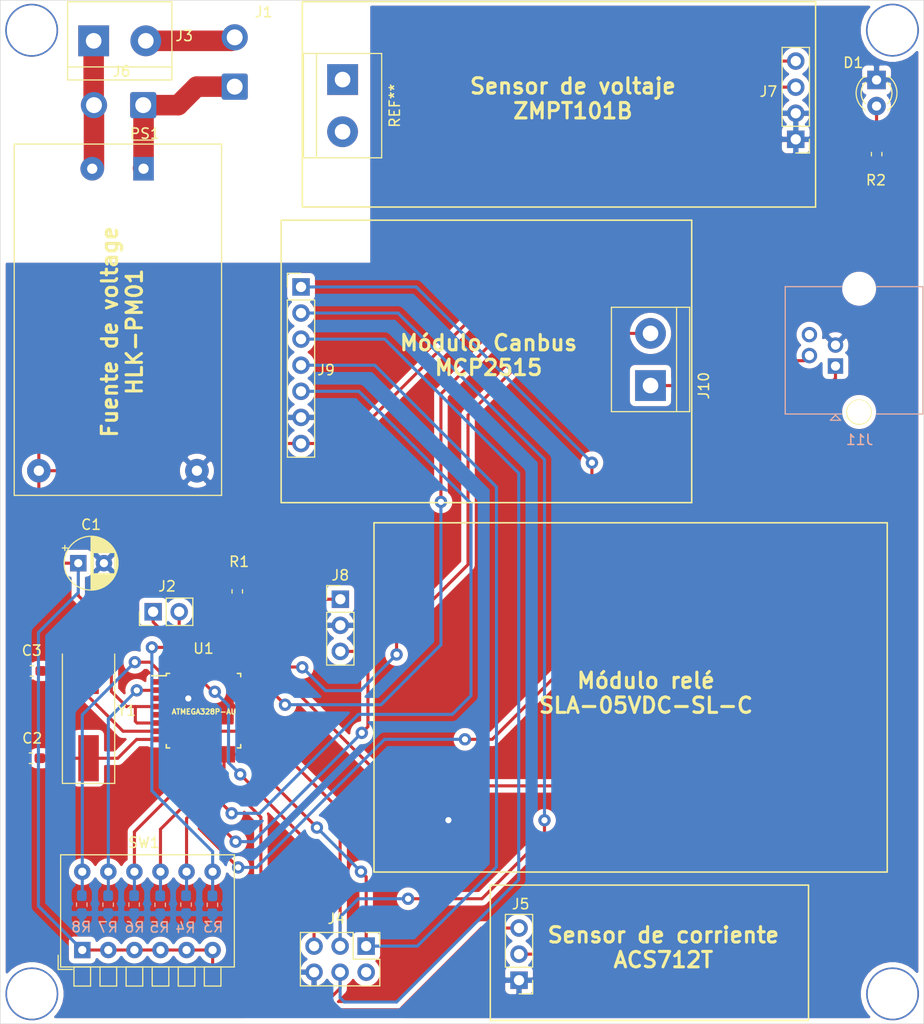
<source format=kicad_pcb>
(kicad_pcb (version 20171130) (host pcbnew 5.1.10-88a1d61d58~90~ubuntu20.04.1)
  (title_block (title Slave) (date 2021-11-01) (rev V1) (company SCADA) (comment 1 "ING. Gianmarco Sangoi"))
  (layers (0 F.Cu signal hide) (31 B.Cu signal hide) (34 B.Paste user) (35 F.Paste user) (36 B.SilkS user) (37 F.SilkS user) (38 B.Mask user) (39 F.Mask user) (44 Edge.Cuts user))
  (net 0 "")
  (net 1 GND)
  (net 2 +5V)
  (net 3 XTAL2)
  (net 4 XTAL1)
  (net 5 "Net-(D1-Pad2)")
  (net 6 "Net-(J1-Pad1)")
  (net 7 "Net-(J1-Pad2)")
  (net 8 TX)
  (net 9 RX)
  (net 10 "Net-(J3-Pad1)")
  (net 11 RESET)
  (net 12 MOSI)
  (net 13 SCK)
  (net 14 "Net-(J4-Pad2)")
  (net 15 MISO)
  (net 16 I_Sensor)
  (net 17 V_Sensor)
  (net 18 RELAY)
  (net 19 CS)
  (net 20 INTERRUPT)
  (net 21 /H)
  (net 22 /L)
  (net 23 "Net-(J11-Pad4)")
  (net 24 "Net-(R2-Pad1)")
  (net 25 "Net-(R3-Pad2)")
  (net 26 "Net-(R4-Pad2)")
  (net 27 "Net-(R5-Pad2)")
  (net 28 "Net-(R6-Pad2)")
  (net 29 "Net-(R7-Pad2)")
  (net 30 "Net-(R8-Pad2)")
  (net 31 "Net-(U1-Pad28)")
  (net 32 "Net-(U1-Pad27)")
  (net 33 "Net-(U1-Pad26)")
  (net 34 "Net-(U1-Pad22)")
  (net 35 "Net-(U1-Pad20)")
  (net 36 "Net-(U1-Pad19)")
  (module SLAVE:RJ14_Connfly_DS1133-S4_Horizontal (layer B.Cu) (at 183.95 88.27 90)
    (fp_text reference J11 (at -7.18 2.35) (layer B.SilkS) (effects (justify mirror)))
    (fp_text value RJ14)
    (pad 4 thru_hole circle (at 3.06 -2.54 270) (size 1.5 1.5) (drill 0.9) (layers *.Cu *.Mask) (net 23 "Net-(J11-Pad4)"))
    (pad "" np_thru_hole circle (at 7.53 2.3 270) (size 2.3 2.3) (drill 2.3) (layers *.Cu *.Mask))
    (pad 3 thru_hole circle (at 2.04 0 270) (size 1.5 1.5) (drill 0.9) (layers *.Cu *.Mask) (net 1 GND))
    (pad 2 thru_hole circle (at 1.02 -2.54 270) (size 1.5 1.5) (drill 0.9) (layers *.Cu *.Mask) (net 22 /L))
    (pad 1 thru_hole rect (at 0 0 270) (size 1.5 1.5) (drill 0.9) (layers *.Cu *.Mask) (net 21 /H))
    (pad "" np_thru_hole circle (at -4.47 2.3 270) (size 2.3 2.3) (drill 2.3) (layers *.Cu *.Mask))
  )
  (module SLAVE:TerminalBlock_bornier-2_P5.08mm (layer F.Cu) (at 135.93 60.38 270)
    (fp_text reference REF** (at 2.54 -5.08 90) (layer F.SilkS))
    (fp_text value TerminalBlock_bornier-2_P5.08mm)
    (pad 1 thru_hole rect (at 0 0 270) (size 3 3) (drill 1.52) (layers *.Cu *.Mask))
    (pad 2 thru_hole circle (at 5.08 0 270) (size 3 3) (drill 1.52) (layers *.Cu *.Mask))
  )
  (module SLAVE:TerminalBlock_bornier-2_P5.08mm (layer F.Cu) (at 165.93 90.17 90)
    (fp_text reference J10 (at -0.01 5.19 90) (layer F.SilkS))
    (fp_text value Conn_01x02_Female_CanBus)
    (pad 1 thru_hole rect (at 0 0 90) (size 3 3) (drill 1.52) (layers *.Cu *.Mask) (net 22 /L))
    (pad 2 thru_hole circle (at 5.08 0 90) (size 3 3) (drill 1.52) (layers *.Cu *.Mask) (net 21 /H))
  )
  (module SLAVE:MountingHole_4.5mm (layer F.Cu) (at 189.5 55.57)
    (fp_text reference REF** hide)
    (fp_text value MountingHole_4.5mm hide)
    (fp_circle (center 0 0) (end 2.5 0) (layer B.Cu) (width 0.15))
    (fp_circle (center 0 0) (end 2.5 0) (layer F.Cu) (width 0.15))
    (pad 1 np_thru_hole circle (at 0 0) (size 4.5 4.5) (drill 4.5) (layers *.Cu *.Mask))
  )
  (module SLAVE:MountingHole_4.5mm (layer F.Cu) (at 189.51 149.39)
    (fp_text reference REF** hide)
    (fp_text value MountingHole_4.5mm hide)
    (fp_circle (center 0 0) (end 2.5 0) (layer B.Cu) (width 0.15))
    (fp_circle (center 0 0) (end 2.5 0) (layer F.Cu) (width 0.15))
    (pad 1 np_thru_hole circle (at 0 0) (size 4.5 4.5) (drill 4.5) (layers *.Cu *.Mask))
  )
  (module SLAVE:MountingHole_4.5mm (layer F.Cu) (at 105.64 55.58)
    (fp_text reference REF** hide)
    (fp_text value MountingHole_4.5mm hide)
    (fp_circle (center 0 0) (end 2.5 0) (layer B.Cu) (width 0.15))
    (fp_circle (center 0 0) (end 2.5 0) (layer F.Cu) (width 0.15))
    (pad 1 np_thru_hole circle (at 0 0) (size 4.5 4.5) (drill 4.5) (layers *.Cu *.Mask))
  )
  (module SLAVE:MountingHole_4.5mm (layer F.Cu) (at 105.66 149.39)
    (fp_text reference REF** hide)
    (fp_text value MountingHole_4.5mm hide)
    (fp_circle (center 0 0) (end 2.5 0) (layer B.Cu) (width 0.15))
    (fp_circle (center 0 0) (end 2.5 0) (layer F.Cu) (width 0.15))
    (pad 1 np_thru_hole circle (at 0 0) (size 4.5 4.5) (drill 4.5) (layers *.Cu *.Mask))
  )
  (module SLAVE:CP_Radial_D5.0mm_P2.50mm (layer F.Cu) (at 110.18 107.46)
    (fp_text reference C1 (at 1.25 -3.75) (layer F.SilkS))
    (fp_text value 0.1uf)
    (pad 2 thru_hole circle (at 2.5 0) (size 1.6 1.6) (drill 0.8) (layers *.Cu *.Mask) (net 1 GND))
    (pad 1 thru_hole rect (at 0 0) (size 1.6 1.6) (drill 0.8) (layers *.Cu *.Mask) (net 2 +5V))
  )
  (module SLAVE:C_0603_1608Metric_Pad1.05x0.95mm_HandSolder (layer F.Cu) (at 105.57 126.45 180)
    (fp_text reference C2 (at -0.12 1.94) (layer F.SilkS))
    (fp_text value 22pF)
    (pad 1 smd roundrect (at -0.875 0 180) (size 1.05 0.95) (layers F.Cu F.Paste F.Mask) (net 3 XTAL2))
    (pad 2 smd roundrect (at 0.875 0 180) (size 1.05 0.95) (layers F.Cu F.Paste F.Mask) (net 1 GND))
  )
  (module SLAVE:C_0603_1608Metric_Pad1.05x0.95mm_HandSolder (layer F.Cu) (at 105.66 117.95 180)
    (fp_text reference C3 (at 0.01 1.98) (layer F.SilkS))
    (fp_text value 22pF)
    (pad 2 smd roundrect (at 0.875 0 180) (size 1.05 0.95) (layers F.Cu F.Paste F.Mask) (net 1 GND))
    (pad 1 smd roundrect (at -0.875 0 180) (size 1.05 0.95) (layers F.Cu F.Paste F.Mask) (net 4 XTAL1))
  )
  (module SLAVE:LED_D3.0mm (layer F.Cu) (at 187.95 60.42 270)
    (fp_text reference D1 (at -1.68 2.27 180) (layer F.SilkS))
    (fp_text value LED)
    (pad 2 thru_hole circle (at 2.54 0 270) (size 1.8 1.8) (drill 0.9) (layers *.Cu *.Mask) (net 5 "Net-(D1-Pad2)"))
    (pad 1 thru_hole rect (at 0 0 270) (size 1.8 1.8) (drill 0.9) (layers *.Cu *.Mask) (net 1 GND))
  )
  (module SLAVE:SolderWire-0.75sqmm_1x02_P4.8mm_D1.25mm_OD2.3mm (layer F.Cu) (at 125.42 61.07 90)
    (fp_text reference J1 (at 7.26 2.83 180) (layer F.SilkS))
    (fp_text value SW)
    (pad 1 thru_hole roundrect (at 0 0 90) (size 2.55 2.55) (drill 1.55) (layers *.Cu *.Mask) (roundrect_rratio 0.098039) (net 6 "Net-(J1-Pad1)"))
    (pad 2 thru_hole circle (at 4.8 0 90) (size 2.55 2.55) (drill 1.55) (layers *.Cu *.Mask) (net 7 "Net-(J1-Pad2)"))
  )
  (module SLAVE:PinHeader_1x02_P2.54mm_Vertical (layer F.Cu) (at 117.47 112.19 90)
    (fp_text reference J2 (at 2.48 1.36 180) (layer F.SilkS))
    (fp_text value UART)
    (pad 1 thru_hole rect (at 0 0 90) (size 1.7 1.7) (drill 1) (layers *.Cu *.Mask) (net 8 TX))
    (pad 2 thru_hole oval (at 0 2.54 90) (size 1.7 1.7) (drill 1) (layers *.Cu *.Mask) (net 9 RX))
  )
  (module SLAVE:TerminalBlock_bornier-2_P5.08mm (layer F.Cu) (at 111.68 56.61)
    (fp_text reference J3 (at 8.82 -0.48) (layer F.SilkS))
    (fp_text value Screw_Terminal_01x02)
    (pad 2 thru_hole circle (at 5.08 0) (size 3 3) (drill 1.52) (layers *.Cu *.Mask) (net 7 "Net-(J1-Pad2)"))
    (pad 1 thru_hole rect (at 0 0) (size 3 3) (drill 1.52) (layers *.Cu *.Mask) (net 10 "Net-(J3-Pad1)"))
  )
  (module SLAVE:PinHeader_2x03_P2.54mm_Vertical (layer F.Cu) (at 138.23 144.74 270)
    (fp_text reference J4 (at -2.67 2.91 180) (layer F.SilkS))
    (fp_text value ICSP)
    (pad 6 thru_hole oval (at 2.54 5.08 270) (size 1.7 1.7) (drill 1) (layers *.Cu *.Mask) (net 1 GND))
    (pad 5 thru_hole oval (at 0 5.08 270) (size 1.7 1.7) (drill 1) (layers *.Cu *.Mask) (net 11 RESET))
    (pad 4 thru_hole oval (at 2.54 2.54 270) (size 1.7 1.7) (drill 1) (layers *.Cu *.Mask) (net 12 MOSI))
    (pad 3 thru_hole oval (at 0 2.54 270) (size 1.7 1.7) (drill 1) (layers *.Cu *.Mask) (net 13 SCK))
    (pad 2 thru_hole oval (at 2.54 0 270) (size 1.7 1.7) (drill 1) (layers *.Cu *.Mask) (net 14 "Net-(J4-Pad2)"))
    (pad 1 thru_hole rect (at 0 0 270) (size 1.7 1.7) (drill 1) (layers *.Cu *.Mask) (net 15 MISO))
  )
  (module SLAVE:PinHeader_1x03_P2.54mm_Vertical (layer F.Cu) (at 153.12 148.06 180)
    (fp_text reference J5 (at -0.16 7.41) (layer F.SilkS))
    (fp_text value Conn_01x03_Female_SI)
    (pad 3 thru_hole oval (at 0 5.08 180) (size 1.7 1.7) (drill 1) (layers *.Cu *.Mask) (net 2 +5V))
    (pad 2 thru_hole oval (at 0 2.54 180) (size 1.7 1.7) (drill 1) (layers *.Cu *.Mask) (net 16 I_Sensor))
    (pad 1 thru_hole rect (at 0 0 180) (size 1.7 1.7) (drill 1) (layers *.Cu *.Mask) (net 1 GND))
  )
  (module SLAVE:SolderWire-0.75sqmm_1x02_P4.8mm_D1.25mm_OD2.3mm (layer F.Cu) (at 116.51 62.87 180)
    (fp_text reference J6 (at 2.1 3.29) (layer F.SilkS))
    (fp_text value Conn_01x02_Female_SV)
    (pad 2 thru_hole circle (at 4.8 0 180) (size 2.55 2.55) (drill 1.55) (layers *.Cu *.Mask) (net 10 "Net-(J3-Pad1)"))
    (pad 1 thru_hole roundrect (at 0 0 180) (size 2.55 2.55) (drill 1.55) (layers *.Cu *.Mask) (roundrect_rratio 0.098039) (net 6 "Net-(J1-Pad1)"))
  )
  (module SLAVE:PinHeader_1x04_P2.54mm_Vertical (layer F.Cu) (at 180.08 66.2 180)
    (fp_text reference J7 (at 2.66 4.65) (layer F.SilkS))
    (fp_text value Conn_01x04_Female_SV)
    (pad 4 thru_hole oval (at 0 7.62 180) (size 1.7 1.7) (drill 1) (layers *.Cu *.Mask) (net 2 +5V))
    (pad 3 thru_hole oval (at 0 5.08 180) (size 1.7 1.7) (drill 1) (layers *.Cu *.Mask) (net 17 V_Sensor))
    (pad 2 thru_hole oval (at 0 2.54 180) (size 1.7 1.7) (drill 1) (layers *.Cu *.Mask) (net 1 GND))
    (pad 1 thru_hole rect (at 0 0 180) (size 1.7 1.7) (drill 1) (layers *.Cu *.Mask) (net 1 GND))
  )
  (module SLAVE:PinHeader_1x03_P2.54mm_Vertical (layer F.Cu) (at 135.71 110.97)
    (fp_text reference J8 (at 0 -2.33) (layer F.SilkS))
    (fp_text value Conn_01x03_Female_Rele)
    (pad 1 thru_hole rect (at 0 0) (size 1.7 1.7) (drill 1) (layers *.Cu *.Mask) (net 2 +5V))
    (pad 2 thru_hole oval (at 0 2.54) (size 1.7 1.7) (drill 1) (layers *.Cu *.Mask) (net 1 GND))
    (pad 3 thru_hole oval (at 0 5.08) (size 1.7 1.7) (drill 1) (layers *.Cu *.Mask) (net 18 RELAY))
  )
  (module SLAVE:PinHeader_1x07_P2.54mm_Vertical (layer F.Cu) (at 131.88 80.57)
    (fp_text reference J9 (at 2.44 8.09) (layer F.SilkS))
    (fp_text value Conn_01x07_Female_CanBus)
    (pad 1 thru_hole rect (at 0 0) (size 1.7 1.7) (drill 1) (layers *.Cu *.Mask) (net 20 INTERRUPT))
    (pad 2 thru_hole oval (at 0 2.54) (size 1.7 1.7) (drill 1) (layers *.Cu *.Mask) (net 13 SCK))
    (pad 3 thru_hole oval (at 0 5.08) (size 1.7 1.7) (drill 1) (layers *.Cu *.Mask) (net 12 MOSI))
    (pad 4 thru_hole oval (at 0 7.62) (size 1.7 1.7) (drill 1) (layers *.Cu *.Mask) (net 15 MISO))
    (pad 5 thru_hole oval (at 0 10.16) (size 1.7 1.7) (drill 1) (layers *.Cu *.Mask) (net 19 CS))
    (pad 6 thru_hole oval (at 0 12.7) (size 1.7 1.7) (drill 1) (layers *.Cu *.Mask) (net 1 GND))
    (pad 7 thru_hole oval (at 0 15.24) (size 1.7 1.7) (drill 1) (layers *.Cu *.Mask) (net 2 +5V))
  )
  (module SLAVE:Converter_ACDC_HiLink_HLK-PMxx (layer F.Cu) (at 116.54 69.06 270)
    (fp_text reference PS1 (at -3.42 -0.13) (layer F.SilkS))
    (fp_text value HLK-PM01/5M05)
    (pad 4 thru_hole circle (at 29.4 10.2 270) (size 2.3 2.3) (drill 1) (layers *.Cu *.Mask) (net 2 +5V))
    (pad 2 thru_hole circle (at 0 5 270) (size 2.3 2.3) (drill 1) (layers *.Cu *.Mask) (net 10 "Net-(J3-Pad1)"))
    (pad 1 thru_hole rect (at 0 0 270) (size 2.3 2) (drill 1) (layers *.Cu *.Mask) (net 6 "Net-(J1-Pad1)"))
    (pad 3 thru_hole circle (at 29.4 -5.2 270) (size 2.3 2.3) (drill 1) (layers *.Cu *.Mask) (net 1 GND))
  )
  (module SLAVE:R_0603_1608Metric_Pad1.05x0.95mm_HandSolder (layer F.Cu) (at 125.67 110.21 270)
    (fp_text reference R1 (at -2.89 -0.18 180) (layer F.SilkS))
    (fp_text value 10k)
    (pad 2 smd roundrect (at 0.875 0 270) (size 1.05 0.95) (layers F.Cu F.Paste F.Mask) (net 11 RESET))
    (pad 1 smd roundrect (at -0.875 0 270) (size 1.05 0.95) (layers F.Cu F.Paste F.Mask) (net 2 +5V))
  )
  (module SLAVE:R_0603_1608Metric_Pad1.05x0.95mm_HandSolder (layer F.Cu) (at 187.96 67.64 90)
    (fp_text reference R2 (at -2.54 -0.07 180) (layer F.SilkS))
    (fp_text value 330)
    (pad 1 smd roundrect (at -0.875 0 90) (size 1.05 0.95) (layers F.Cu F.Paste F.Mask) (net 24 "Net-(R2-Pad1)"))
    (pad 2 smd roundrect (at 0.875 0 90) (size 1.05 0.95) (layers F.Cu F.Paste F.Mask) (net 5 "Net-(D1-Pad2)"))
  )
  (module SLAVE:R_0603_1608Metric_Pad1.05x0.95mm_HandSolder (layer B.Cu) (at 123.25 140.72 90)
    (fp_text reference R3 (at -2.18 0.08) (layer B.SilkS) (effects (justify mirror)))
    (fp_text value 10k)
    (pad 2 smd roundrect (at 0.875 0 90) (size 1.05 0.95) (layers B.Cu B.Paste B.Mask) (net 25 "Net-(R3-Pad2)"))
    (pad 1 smd roundrect (at -0.875 0 90) (size 1.05 0.95) (layers B.Cu B.Paste B.Mask) (net 1 GND))
  )
  (module SLAVE:R_0603_1608Metric_Pad1.05x0.95mm_HandSolder (layer B.Cu) (at 120.68 140.7 90)
    (fp_text reference R4 (at -2.25 -0.05) (layer B.SilkS) (effects (justify mirror)))
    (fp_text value 10k)
    (pad 1 smd roundrect (at -0.875 0 90) (size 1.05 0.95) (layers B.Cu B.Paste B.Mask) (net 1 GND))
    (pad 2 smd roundrect (at 0.875 0 90) (size 1.05 0.95) (layers B.Cu B.Paste B.Mask) (net 26 "Net-(R4-Pad2)"))
  )
  (module SLAVE:R_0603_1608Metric_Pad1.05x0.95mm_HandSolder (layer B.Cu) (at 118.16 140.715 90)
    (fp_text reference R5 (at -2.205 -0.07) (layer B.SilkS) (effects (justify mirror)))
    (fp_text value 10k)
    (pad 2 smd roundrect (at 0.875 0 90) (size 1.05 0.95) (layers B.Cu B.Paste B.Mask) (net 27 "Net-(R5-Pad2)"))
    (pad 1 smd roundrect (at -0.875 0 90) (size 1.05 0.95) (layers B.Cu B.Paste B.Mask) (net 1 GND))
  )
  (module SLAVE:R_0603_1608Metric_Pad1.05x0.95mm_HandSolder (layer B.Cu) (at 115.62 140.7 90)
    (fp_text reference R6 (at -2.21 0.04) (layer B.SilkS) (effects (justify mirror)))
    (fp_text value 10k)
    (pad 1 smd roundrect (at -0.875 0 90) (size 1.05 0.95) (layers B.Cu B.Paste B.Mask) (net 1 GND))
    (pad 2 smd roundrect (at 0.875 0 90) (size 1.05 0.95) (layers B.Cu B.Paste B.Mask) (net 28 "Net-(R6-Pad2)"))
  )
  (module SLAVE:R_0603_1608Metric_Pad1.05x0.95mm_HandSolder (layer B.Cu) (at 113.09 140.7 90)
    (fp_text reference R7 (at -2.21 -0.02) (layer B.SilkS) (effects (justify mirror)))
    (fp_text value 10k)
    (pad 2 smd roundrect (at 0.875 0 90) (size 1.05 0.95) (layers B.Cu B.Paste B.Mask) (net 29 "Net-(R7-Pad2)"))
    (pad 1 smd roundrect (at -0.875 0 90) (size 1.05 0.95) (layers B.Cu B.Paste B.Mask) (net 1 GND))
  )
  (module SLAVE:R_0603_1608Metric_Pad1.05x0.95mm_HandSolder (layer B.Cu) (at 110.52 140.7 90)
    (fp_text reference R8 (at -2.19 -0.05) (layer B.SilkS) (effects (justify mirror)))
    (fp_text value 10k)
    (pad 1 smd roundrect (at -0.875 0 90) (size 1.05 0.95) (layers B.Cu B.Paste B.Mask) (net 1 GND))
    (pad 2 smd roundrect (at 0.875 0 90) (size 1.05 0.95) (layers B.Cu B.Paste B.Mask) (net 30 "Net-(R8-Pad2)"))
  )
  (module SLAVE:SW_DIP_SPSTx06_Piano_10.8x16.8mm_W7.62mm_P2.54mm (layer F.Cu) (at 110.57 145.12 90)
    (fp_text reference SW1 (at 10.45 6 180) (layer F.SilkS))
    (fp_text value SW_DIP_x06)
    (pad 12 thru_hole oval (at 7.62 0 90) (size 1.6 1.6) (drill 0.8) (layers *.Cu *.Mask) (net 30 "Net-(R8-Pad2)"))
    (pad 6 thru_hole oval (at 0 12.7 90) (size 1.6 1.6) (drill 0.8) (layers *.Cu *.Mask) (net 2 +5V))
    (pad 11 thru_hole oval (at 7.62 2.54 90) (size 1.6 1.6) (drill 0.8) (layers *.Cu *.Mask) (net 29 "Net-(R7-Pad2)"))
    (pad 5 thru_hole oval (at 0 10.16 90) (size 1.6 1.6) (drill 0.8) (layers *.Cu *.Mask) (net 2 +5V))
    (pad 10 thru_hole oval (at 7.62 5.08 90) (size 1.6 1.6) (drill 0.8) (layers *.Cu *.Mask) (net 28 "Net-(R6-Pad2)"))
    (pad 4 thru_hole oval (at 0 7.62 90) (size 1.6 1.6) (drill 0.8) (layers *.Cu *.Mask) (net 2 +5V))
    (pad 9 thru_hole oval (at 7.62 7.62 90) (size 1.6 1.6) (drill 0.8) (layers *.Cu *.Mask) (net 27 "Net-(R5-Pad2)"))
    (pad 3 thru_hole oval (at 0 5.08 90) (size 1.6 1.6) (drill 0.8) (layers *.Cu *.Mask) (net 2 +5V))
    (pad 8 thru_hole oval (at 7.62 10.16 90) (size 1.6 1.6) (drill 0.8) (layers *.Cu *.Mask) (net 26 "Net-(R4-Pad2)"))
    (pad 2 thru_hole oval (at 0 2.54 90) (size 1.6 1.6) (drill 0.8) (layers *.Cu *.Mask) (net 2 +5V))
    (pad 7 thru_hole oval (at 7.62 12.7 90) (size 1.6 1.6) (drill 0.8) (layers *.Cu *.Mask) (net 25 "Net-(R3-Pad2)"))
    (pad 1 thru_hole rect (at 0 0 90) (size 1.6 1.6) (drill 0.8) (layers *.Cu *.Mask) (net 2 +5V))
  )
  (module SLAVE:TQFP-32_7x7mm_P0.8mm (layer F.Cu) (at 122.38 121.82)
    (fp_text reference U1 (at 0 -6.05) (layer F.SilkS))
    (fp_text value ATmega328P-MU)
    (pad 32 smd rect (at -2.8 -4.25 90) (size 1.6 0.55) (layers F.Cu F.Paste F.Mask) (net 25 "Net-(R3-Pad2)"))
    (pad 31 smd rect (at -2 -4.25 90) (size 1.6 0.55) (layers F.Cu F.Paste F.Mask) (net 8 TX))
    (pad 30 smd rect (at -1.2 -4.25 90) (size 1.6 0.55) (layers F.Cu F.Paste F.Mask) (net 9 RX))
    (pad 29 smd rect (at -0.4 -4.25 90) (size 1.6 0.55) (layers F.Cu F.Paste F.Mask) (net 11 RESET))
    (pad 28 smd rect (at 0.4 -4.25 90) (size 1.6 0.55) (layers F.Cu F.Paste F.Mask) (net 31 "Net-(U1-Pad28)"))
    (pad 27 smd rect (at 1.2 -4.25 90) (size 1.6 0.55) (layers F.Cu F.Paste F.Mask) (net 32 "Net-(U1-Pad27)"))
    (pad 26 smd rect (at 2 -4.25 90) (size 1.6 0.55) (layers F.Cu F.Paste F.Mask) (net 33 "Net-(U1-Pad26)"))
    (pad 25 smd rect (at 2.8 -4.25 90) (size 1.6 0.55) (layers F.Cu F.Paste F.Mask) (net 24 "Net-(R2-Pad1)"))
    (pad 24 smd rect (at 4.25 -2.8) (size 1.6 0.55) (layers F.Cu F.Paste F.Mask) (net 16 I_Sensor))
    (pad 23 smd rect (at 4.25 -2) (size 1.6 0.55) (layers F.Cu F.Paste F.Mask) (net 17 V_Sensor))
    (pad 22 smd rect (at 4.25 -1.2) (size 1.6 0.55) (layers F.Cu F.Paste F.Mask) (net 34 "Net-(U1-Pad22)"))
    (pad 21 smd rect (at 4.25 -0.4) (size 1.6 0.55) (layers F.Cu F.Paste F.Mask) (net 1 GND))
    (pad 20 smd rect (at 4.25 0.4) (size 1.6 0.55) (layers F.Cu F.Paste F.Mask) (net 35 "Net-(U1-Pad20)"))
    (pad 19 smd rect (at 4.25 1.2) (size 1.6 0.55) (layers F.Cu F.Paste F.Mask) (net 36 "Net-(U1-Pad19)"))
    (pad 18 smd rect (at 4.25 2) (size 1.6 0.55) (layers F.Cu F.Paste F.Mask) (net 2 +5V))
    (pad 17 smd rect (at 4.25 2.8) (size 1.6 0.55) (layers F.Cu F.Paste F.Mask) (net 13 SCK))
    (pad 16 smd rect (at 2.8 4.25 90) (size 1.6 0.55) (layers F.Cu F.Paste F.Mask) (net 15 MISO))
    (pad 15 smd rect (at 2 4.25 90) (size 1.6 0.55) (layers F.Cu F.Paste F.Mask) (net 12 MOSI))
    (pad 14 smd rect (at 1.2 4.25 90) (size 1.6 0.55) (layers F.Cu F.Paste F.Mask) (net 19 CS))
    (pad 13 smd rect (at 0.4 4.25 90) (size 1.6 0.55) (layers F.Cu F.Paste F.Mask) (net 18 RELAY))
    (pad 12 smd rect (at -0.4 4.25 90) (size 1.6 0.55) (layers F.Cu F.Paste F.Mask) (net 20 INTERRUPT))
    (pad 11 smd rect (at -1.2 4.25 90) (size 1.6 0.55) (layers F.Cu F.Paste F.Mask) (net 26 "Net-(R4-Pad2)"))
    (pad 10 smd rect (at -2 4.25 90) (size 1.6 0.55) (layers F.Cu F.Paste F.Mask) (net 27 "Net-(R5-Pad2)"))
    (pad 9 smd rect (at -2.8 4.25 90) (size 1.6 0.55) (layers F.Cu F.Paste F.Mask) (net 28 "Net-(R6-Pad2)"))
    (pad 8 smd rect (at -4.25 2.8) (size 1.6 0.55) (layers F.Cu F.Paste F.Mask) (net 3 XTAL2))
    (pad 7 smd rect (at -4.25 2) (size 1.6 0.55) (layers F.Cu F.Paste F.Mask) (net 4 XTAL1))
    (pad 6 smd rect (at -4.25 1.2) (size 1.6 0.55) (layers F.Cu F.Paste F.Mask) (net 2 +5V))
    (pad 5 smd rect (at -4.25 0.4) (size 1.6 0.55) (layers F.Cu F.Paste F.Mask) (net 1 GND))
    (pad 4 smd rect (at -4.25 -0.4) (size 1.6 0.55) (layers F.Cu F.Paste F.Mask) (net 2 +5V))
    (pad 3 smd rect (at -4.25 -1.2) (size 1.6 0.55) (layers F.Cu F.Paste F.Mask) (net 1 GND))
    (pad 2 smd rect (at -4.25 -2) (size 1.6 0.55) (layers F.Cu F.Paste F.Mask) (net 29 "Net-(R7-Pad2)"))
    (pad 1 smd rect (at -4.25 -2.8) (size 1.6 0.55) (layers F.Cu F.Paste F.Mask) (net 30 "Net-(R8-Pad2)"))
  )
  (module SLAVE:Crystal_SMD_HC49-SD (layer F.Cu) (at 111.18 122.2 90)
    (fp_text reference Y1 (at 0.38 3.72 180) (layer F.SilkS))
    (fp_text value Crystal)
    (pad 2 smd rect (at 4.25 0 90) (size 4.5 2) (layers F.Cu F.Paste F.Mask) (net 4 XTAL1))
    (pad 1 smd rect (at -4.25 0 90) (size 4.5 2) (layers F.Cu F.Paste F.Mask) (net 3 XTAL2))
  )
  (gr_text ATMEGA328P-AU (at 122.43 121.92) (layer F.SilkS) (effects (font (size 0.5 0.5) (thickness 0.125))))
  (gr_text "Fuente de voltage\nHLK-PM01\n" (at 114.45 84.94 90) (layer F.SilkS) (effects (font (size 1.5 1.5) (thickness 0.3))))
  (gr_circle (center 186.241654 92.76) (end 187.261654 93.35) (layer F.SilkS) (width 0.12))
  (gr_text "Sensor de corriente\nACS712T\n" (at 167.18 144.87) (layer F.SilkS) (effects (font (size 1.5 1.5) (thickness 0.3))))
  (gr_text "Módulo relé\nSLA-05VDC-SL-C" (at 165.48 120.1) (layer F.SilkS) (effects (font (size 1.5 1.5) (thickness 0.3))))
  (gr_text "Módulo Canbus\nMCP2515\n\n" (at 150.15 88.43) (layer F.SilkS) (effects (font (size 1.5 1.5) (thickness 0.3))))
  (gr_text "Sensor de voltaje\nZMPT101B\n" (at 158.37 62.23) (layer F.SilkS) (effects (font (size 1.5 1.5) (thickness 0.3))))
  (gr_line (start 192.55 52.66) (end 192.55 152.29) (layer Edge.Cuts) (width 0.05))
  (gr_line (start 102.58 52.66) (end 192.55 52.66) (layer Edge.Cuts) (width 0.05))
  (gr_line (start 102.58 152.29) (end 102.58 52.66) (layer Edge.Cuts) (width 0.05))
  (gr_line (start 192.55 152.29) (end 102.58 152.29) (layer Edge.Cuts) (width 0.05))
  (gr_line (start 150.32 151.98) (end 150.32 138.8) (layer F.SilkS) (width 0.15))
  (gr_line (start 181.32 151.98) (end 150.32 151.98) (layer F.SilkS) (width 0.15))
  (gr_line (start 181.32 138.8) (end 181.32 151.98) (layer F.SilkS) (width 0.15))
  (gr_line (start 150.32 138.8) (end 181.32 138.8) (layer F.SilkS) (width 0.15))
  (gr_line (start 132.01 52.79) (end 182.01 52.79) (layer F.SilkS) (width 0.15))
  (gr_line (start 182.01 72.79) (end 182.01 52.79) (layer F.SilkS) (width 0.15))
  (gr_line (start 182.01 72.79) (end 132.01 72.79) (layer F.SilkS) (width 0.15))
  (gr_line (start 132.01 52.79) (end 132.01 72.79) (layer F.SilkS) (width 0.15))
  (gr_line (start 138.99 103.53) (end 138.99 137.53) (layer F.SilkS) (width 0.15))
  (gr_line (start 138.99 103.53) (end 188.99 103.53) (layer F.SilkS) (width 0.15))
  (gr_line (start 188.99 137.53) (end 188.99 103.53) (layer F.SilkS) (width 0.15))
  (gr_line (start 188.99 137.53) (end 138.99 137.53) (layer F.SilkS) (width 0.15))
  (gr_line (start 169.945 74.07) (end 169.945 101.57) (layer F.SilkS) (width 0.15))
  (gr_line (start 129.945 74.07) (end 169.945 74.07) (layer F.SilkS) (width 0.15))
  (gr_line (start 129.945 101.57) (end 129.945 74.07) (layer F.SilkS) (width 0.15))
  (gr_line (start 129.945 101.57) (end 169.945 101.57) (layer F.SilkS) (width 0.15))
  (segment (start 138.77 124.77) (end 138.59 124.95) (width 0.3) (layer B.Cu) (net 1))
  (via (at 120.9 120.63) (size 1.2) (drill 0.6) (layers F.Cu B.Cu) (net 1))
  (segment (start 118.14 120.63) (end 118.13 120.62) (width 0.3) (layer F.Cu) (net 1))
  (segment (start 120.9 120.63) (end 118.14 120.63) (width 0.3) (layer F.Cu) (net 1))
  (segment (start 121.69 121.42) (end 120.9 120.63) (width 0.3) (layer F.Cu) (net 1))
  (segment (start 126.63 121.42) (end 121.69 121.42) (width 0.3) (layer F.Cu) (net 1))
  (segment (start 126.63 121.42) (end 128.16 121.42) (width 0.3) (layer F.Cu) (net 1))
  (segment (start 119.31 122.22) (end 120.9 120.63) (width 0.3) (layer F.Cu) (net 1))
  (segment (start 118.13 122.22) (end 119.31 122.22) (width 0.3) (layer F.Cu) (net 1))
  (via (at 146.24 132.48) (size 1.2) (drill 0.6) (layers F.Cu B.Cu) (net 1))
  (segment (start 106.34 98.46) (end 106.34 106.49) (width 0.3) (layer F.Cu) (net 2))
  (segment (start 107.31 107.46) (end 110.18 107.46) (width 0.3) (layer F.Cu) (net 2))
  (segment (start 106.34 106.49) (end 107.31 107.46) (width 0.3) (layer F.Cu) (net 2))
  (segment (start 135.71 110.97) (end 131.44 110.97) (width 0.3) (layer F.Cu) (net 2))
  (segment (start 129.805 109.335) (end 125.67 109.335) (width 0.3) (layer F.Cu) (net 2))
  (segment (start 131.44 110.97) (end 129.805 109.335) (width 0.3) (layer F.Cu) (net 2))
  (segment (start 125.67 109.335) (end 123.555 109.335) (width 0.3) (layer F.Cu) (net 2))
  (segment (start 112.68 98.46) (end 106.34 98.46) (width 0.3) (layer F.Cu) (net 2))
  (segment (start 123.555 109.335) (end 112.68 98.46) (width 0.3) (layer F.Cu) (net 2))
  (segment (start 110.57 145.12) (end 113.11 145.12) (width 0.3) (layer F.Cu) (net 2))
  (segment (start 115.65 145.12) (end 113.11 145.12) (width 0.3) (layer F.Cu) (net 2))
  (segment (start 115.65 145.12) (end 118.19 145.12) (width 0.3) (layer F.Cu) (net 2))
  (segment (start 118.19 145.12) (end 120.73 145.12) (width 0.3) (layer F.Cu) (net 2))
  (segment (start 120.73 145.12) (end 123.27 145.12) (width 0.3) (layer F.Cu) (net 2))
  (segment (start 126.63 123.82) (end 122.66 123.82) (width 0.3) (layer F.Cu) (net 2))
  (segment (start 153.12 142.98) (end 149.47 142.98) (width 0.3) (layer F.Cu) (net 2))
  (segment (start 123.27 147.46) (end 123.27 145.12) (width 0.3) (layer F.Cu) (net 2))
  (segment (start 110.57 145.12) (end 106.3 140.85) (width 0.3) (layer B.Cu) (net 2))
  (segment (start 106.3 140.85) (end 106.3 114.21) (width 0.3) (layer B.Cu) (net 2))
  (segment (start 110.18 110.33) (end 110.18 107.46) (width 0.3) (layer B.Cu) (net 2))
  (segment (start 106.3 114.21) (end 110.18 110.33) (width 0.3) (layer B.Cu) (net 2))
  (segment (start 131.88 95.81) (end 107.31 95.81) (width 0.3) (layer F.Cu) (net 2))
  (segment (start 106.34 96.78) (end 106.34 98.46) (width 0.3) (layer F.Cu) (net 2))
  (segment (start 107.31 95.81) (end 106.34 96.78) (width 0.3) (layer F.Cu) (net 2))
  (segment (start 180.08 58.58) (end 173.52 58.58) (width 0.3) (layer F.Cu) (net 2))
  (segment (start 136.29 95.81) (end 131.88 95.81) (width 0.3) (layer F.Cu) (net 2))
  (segment (start 173.52 58.58) (end 136.29 95.81) (width 0.3) (layer F.Cu) (net 2))
  (segment (start 122.06 123.82) (end 122.66 123.82) (width 0.3) (layer F.Cu) (net 2))
  (segment (start 121.26 123.02) (end 122.06 123.82) (width 0.3) (layer F.Cu) (net 2))
  (segment (start 118.13 123.02) (end 121.26 123.02) (width 0.3) (layer F.Cu) (net 2))
  (segment (start 118.13 123.02) (end 115.9 123.02) (width 0.3) (layer F.Cu) (net 2))
  (segment (start 115.9 123.02) (end 115.74 122.86) (width 0.3) (layer F.Cu) (net 2))
  (segment (start 118.13 121.42) (end 115.74 121.42) (width 0.3) (layer F.Cu) (net 2))
  (segment (start 115.74 122.86) (end 115.74 121.42) (width 0.3) (layer F.Cu) (net 2))
  (segment (start 114.88 121.42) (end 115.74 121.42) (width 0.3) (layer F.Cu) (net 2))
  (segment (start 113.41 113.85) (end 113.41 119.95) (width 0.3) (layer F.Cu) (net 2))
  (segment (start 110.18 107.46) (end 110.18 110.62) (width 0.3) (layer F.Cu) (net 2))
  (segment (start 113.41 119.95) (end 114.88 121.42) (width 0.3) (layer F.Cu) (net 2))
  (segment (start 110.18 110.62) (end 113.41 113.85) (width 0.3) (layer F.Cu) (net 2))
  (segment (start 123.27 147.46) (end 126.75 150.94) (width 0.3) (layer F.Cu) (net 2))
  (segment (start 141.51 150.94) (end 149.47 142.98) (width 0.3) (layer F.Cu) (net 2))
  (segment (start 126.75 150.94) (end 141.51 150.94) (width 0.3) (layer F.Cu) (net 2))
  (segment (start 106.445 126.45) (end 111.18 126.45) (width 0.3) (layer F.Cu) (net 3))
  (segment (start 118.13 124.62) (end 115.86 124.62) (width 0.3) (layer F.Cu) (net 3))
  (segment (start 114.03 126.45) (end 111.18 126.45) (width 0.3) (layer F.Cu) (net 3))
  (segment (start 115.86 124.62) (end 114.03 126.45) (width 0.3) (layer F.Cu) (net 3))
  (segment (start 118.13 123.82) (end 117.03 123.82) (width 0.3) (layer F.Cu) (net 4))
  (segment (start 106.535 117.95) (end 111.18 117.95) (width 0.3) (layer F.Cu) (net 4))
  (segment (start 117.03 123.82) (end 114.54 123.82) (width 0.3) (layer F.Cu) (net 4))
  (segment (start 111.18 120.46) (end 114.54 123.82) (width 0.3) (layer F.Cu) (net 4))
  (segment (start 111.18 117.95) (end 111.18 120.46) (width 0.3) (layer F.Cu) (net 4))
  (segment (start 187.95 66.755) (end 187.96 66.765) (width 0.3) (layer F.Cu) (net 5))
  (segment (start 187.95 62.96) (end 187.95 66.755) (width 0.3) (layer F.Cu) (net 5))
  (segment (start 116.49 69.01) (end 116.54 69.06) (width 2) (layer F.Cu) (net 6))
  (segment (start 116.54 62.9) (end 116.51 62.87) (width 2) (layer F.Cu) (net 6))
  (segment (start 116.54 69.06) (end 116.54 62.9) (width 2) (layer F.Cu) (net 6))
  (segment (start 116.51 62.87) (end 119.91 62.87) (width 2) (layer F.Cu) (net 6))
  (segment (start 121.71 61.07) (end 125.42 61.07) (width 2) (layer F.Cu) (net 6))
  (segment (start 119.91 62.87) (end 121.71 61.07) (width 2) (layer F.Cu) (net 6))
  (segment (start 125.08 56.61) (end 125.42 56.27) (width 2) (layer F.Cu) (net 7))
  (segment (start 116.76 56.61) (end 125.08 56.61) (width 2) (layer F.Cu) (net 7))
  (segment (start 117.47 112.19) (end 117.47 113.18) (width 0.3) (layer F.Cu) (net 8))
  (segment (start 120.38 116.09) (end 120.38 117.57) (width 0.3) (layer F.Cu) (net 8))
  (segment (start 117.47 113.18) (end 120.38 116.09) (width 0.3) (layer F.Cu) (net 8))
  (segment (start 120.01 112.19) (end 120.01 113.86) (width 0.3) (layer F.Cu) (net 9))
  (segment (start 121.18 115.03) (end 121.18 117.57) (width 0.3) (layer F.Cu) (net 9))
  (segment (start 120.01 113.86) (end 121.18 115.03) (width 0.3) (layer F.Cu) (net 9))
  (segment (start 111.69 62.32) (end 111.76 62.39) (width 0.3) (layer F.Cu) (net 10))
  (segment (start 111.69 68.91) (end 111.54 69.06) (width 2) (layer F.Cu) (net 10))
  (segment (start 111.68 62.84) (end 111.71 62.87) (width 2) (layer F.Cu) (net 10))
  (segment (start 111.68 56.61) (end 111.68 62.84) (width 2) (layer F.Cu) (net 10))
  (segment (start 111.71 68.89) (end 111.54 69.06) (width 2) (layer F.Cu) (net 10))
  (segment (start 111.71 62.87) (end 111.71 68.89) (width 2) (layer F.Cu) (net 10))
  (segment (start 125.67 111.085) (end 125.67 112.22) (width 0.3) (layer F.Cu) (net 11))
  (segment (start 121.98 115.91) (end 121.98 117.57) (width 0.3) (layer F.Cu) (net 11))
  (segment (start 125.67 112.22) (end 121.98 115.91) (width 0.3) (layer F.Cu) (net 11))
  (via (at 123.48 119.98) (size 1.2) (drill 0.6) (layers F.Cu B.Cu) (net 11))
  (via (at 125.96 128.02) (size 1.2) (drill 0.6) (layers F.Cu B.Cu) (net 11))
  (segment (start 133.15 135.21) (end 125.96 128.02) (width 0.3) (layer F.Cu) (net 11))
  (segment (start 133.15 144.74) (end 133.15 135.21) (width 0.3) (layer F.Cu) (net 11))
  (segment (start 123.29 119.98) (end 123.48 119.98) (width 0.3) (layer F.Cu) (net 11))
  (segment (start 121.98 118.67) (end 123.29 119.98) (width 0.3) (layer F.Cu) (net 11))
  (segment (start 121.98 117.57) (end 121.98 118.67) (width 0.3) (layer F.Cu) (net 11))
  (segment (start 123.48 119.98) (end 124.82 121.32) (width 0.3) (layer B.Cu) (net 11))
  (segment (start 124.82 126.88) (end 125.96 128.02) (width 0.3) (layer B.Cu) (net 11))
  (segment (start 124.82 121.32) (end 124.82 126.88) (width 0.3) (layer B.Cu) (net 11))
  (segment (start 129.22 150.05) (end 127.97 148.8) (width 0.3) (layer F.Cu) (net 12))
  (segment (start 124.38 128.6) (end 124.38 126.07) (width 0.3) (layer F.Cu) (net 12))
  (segment (start 127.97 148.8) (end 127.97 132.19) (width 0.3) (layer F.Cu) (net 12))
  (segment (start 127.97 132.19) (end 124.38 128.6) (width 0.3) (layer F.Cu) (net 12))
  (segment (start 131.88 85.65) (end 140.04 85.65) (width 0.3) (layer B.Cu) (net 12))
  (segment (start 140.04 85.65) (end 153.09 98.7) (width 0.3) (layer B.Cu) (net 12))
  (segment (start 153.09 98.7) (end 153.09 138.28) (width 0.3) (layer B.Cu) (net 12))
  (segment (start 153.09 138.28) (end 141.19 150.18) (width 0.3) (layer B.Cu) (net 12))
  (segment (start 141.19 150.18) (end 136.11 150.18) (width 0.3) (layer B.Cu) (net 12))
  (segment (start 135.69 149.76) (end 135.69 147.28) (width 0.3) (layer B.Cu) (net 12))
  (segment (start 136.11 150.18) (end 135.69 149.76) (width 0.3) (layer B.Cu) (net 12))
  (segment (start 135.69 147.28) (end 135.69 148.85) (width 0.3) (layer F.Cu) (net 12))
  (segment (start 134.49 150.05) (end 129.22 150.05) (width 0.3) (layer F.Cu) (net 12))
  (segment (start 135.69 148.85) (end 134.49 150.05) (width 0.3) (layer F.Cu) (net 12))
  (segment (start 135.69 144.74) (end 135.69 131.52) (width 0.3) (layer F.Cu) (net 13))
  (segment (start 128.79 124.62) (end 126.63 124.62) (width 0.3) (layer F.Cu) (net 13))
  (segment (start 135.69 131.52) (end 128.79 124.62) (width 0.3) (layer F.Cu) (net 13))
  (segment (start 131.88 83.11) (end 141.33 83.11) (width 0.3) (layer B.Cu) (net 13))
  (via (at 155.6 132.49) (size 1.2) (drill 0.6) (layers F.Cu B.Cu) (net 13))
  (segment (start 141.33 83.11) (end 155.6 97.38) (width 0.3) (layer B.Cu) (net 13))
  (segment (start 155.6 97.38) (end 155.6 132.49) (width 0.3) (layer B.Cu) (net 13))
  (segment (start 155.6 132.49) (end 155.6 134.03) (width 0.3) (layer F.Cu) (net 13))
  (via (at 142.31 140.13) (size 1.2) (drill 0.6) (layers F.Cu B.Cu) (net 13))
  (segment (start 155.6 134.03) (end 149.5 140.13) (width 0.3) (layer F.Cu) (net 13))
  (segment (start 149.5 140.13) (end 142.31 140.13) (width 0.3) (layer F.Cu) (net 13))
  (segment (start 142.31 140.13) (end 137.46 140.13) (width 0.3) (layer B.Cu) (net 13))
  (segment (start 135.69 141.9) (end 135.69 144.74) (width 0.3) (layer B.Cu) (net 13))
  (segment (start 137.46 140.13) (end 135.69 141.9) (width 0.3) (layer B.Cu) (net 13))
  (via (at 137.72 137.49) (size 1.2) (drill 0.6) (layers F.Cu B.Cu) (net 15))
  (segment (start 138.23 144.74) (end 138.23 138) (width 0.3) (layer F.Cu) (net 15))
  (segment (start 138.23 138) (end 137.72 137.49) (width 0.3) (layer F.Cu) (net 15))
  (via (at 133.43 133.2) (size 1.2) (drill 0.6) (layers F.Cu B.Cu) (net 15))
  (segment (start 137.72 137.49) (end 133.43 133.2) (width 0.3) (layer B.Cu) (net 15))
  (segment (start 133.43 133.2) (end 128.69 128.46) (width 0.3) (layer F.Cu) (net 15))
  (segment (start 126.3 126.07) (end 128.69 128.46) (width 0.3) (layer F.Cu) (net 15))
  (segment (start 125.18 126.07) (end 126.3 126.07) (width 0.3) (layer F.Cu) (net 15))
  (segment (start 131.88 88.19) (end 139.07 88.19) (width 0.3) (layer B.Cu) (net 15))
  (segment (start 139.07 88.19) (end 150.92 100.04) (width 0.3) (layer B.Cu) (net 15))
  (segment (start 150.92 100.04) (end 150.92 137.03) (width 0.3) (layer B.Cu) (net 15))
  (segment (start 143.21 144.74) (end 138.23 144.74) (width 0.3) (layer B.Cu) (net 15))
  (segment (start 150.92 137.03) (end 143.21 144.74) (width 0.3) (layer B.Cu) (net 15))
  (segment (start 153.12 145.52) (end 156.51 145.52) (width 0.3) (layer F.Cu) (net 16))
  (segment (start 156.51 145.52) (end 158.13 143.9) (width 0.3) (layer F.Cu) (net 16))
  (segment (start 126.63 119.02) (end 130.47 119.02) (width 0.3) (layer F.Cu) (net 16))
  (segment (start 130.47 119.02) (end 140.59 129.14) (width 0.3) (layer F.Cu) (net 16))
  (segment (start 140.59 129.14) (end 156.66 129.14) (width 0.3) (layer F.Cu) (net 16))
  (segment (start 158.13 130.61) (end 156.66 129.14) (width 0.3) (layer F.Cu) (net 16))
  (segment (start 158.13 143.9) (end 158.13 130.61) (width 0.3) (layer F.Cu) (net 16))
  (segment (start 126.63 119.82) (end 128.58 119.82) (width 0.3) (layer F.Cu) (net 17))
  (via (at 130.32 121.24) (size 1.2) (drill 0.6) (layers F.Cu B.Cu) (net 17))
  (segment (start 128.58 119.82) (end 128.9 119.82) (width 0.3) (layer F.Cu) (net 17))
  (segment (start 128.9 119.82) (end 130.32 121.24) (width 0.3) (layer F.Cu) (net 17))
  (segment (start 130.32 121.24) (end 139.68 121.24) (width 0.3) (layer B.Cu) (net 17))
  (segment (start 139.68 121.24) (end 145.51 115.41) (width 0.3) (layer B.Cu) (net 17))
  (via (at 145.51 101.49) (size 1.2) (drill 0.6) (layers F.Cu B.Cu) (net 17))
  (segment (start 145.51 115.41) (end 145.51 101.49) (width 0.3) (layer B.Cu) (net 17))
  (segment (start 145.51 101.49) (end 145.51 90.98) (width 0.3) (layer F.Cu) (net 17))
  (segment (start 175.37 61.12) (end 180.08 61.12) (width 0.3) (layer F.Cu) (net 17))
  (segment (start 145.51 90.98) (end 175.37 61.12) (width 0.3) (layer F.Cu) (net 17))
  (via (at 125.51 134.57) (size 1.2) (drill 0.6) (layers F.Cu B.Cu) (net 18))
  (segment (start 122.78 131.84) (end 125.51 134.57) (width 0.3) (layer F.Cu) (net 18))
  (segment (start 122.78 126.07) (end 122.78 131.84) (width 0.3) (layer F.Cu) (net 18))
  (via (at 137.8 123.98) (size 1.2) (drill 0.6) (layers F.Cu B.Cu) (net 18))
  (segment (start 137.8 123.98) (end 138.4 123.38) (width 0.3) (layer F.Cu) (net 18))
  (segment (start 138.4 123.38) (end 138.4 117.15) (width 0.3) (layer F.Cu) (net 18))
  (segment (start 137.3 116.05) (end 135.71 116.05) (width 0.3) (layer F.Cu) (net 18))
  (segment (start 138.4 117.15) (end 137.3 116.05) (width 0.3) (layer F.Cu) (net 18))
  (segment (start 127.21 134.57) (end 125.51 134.57) (width 0.3) (layer B.Cu) (net 18))
  (segment (start 137.8 123.98) (end 127.21 134.57) (width 0.3) (layer B.Cu) (net 18))
  (via (at 125.12 131.81) (size 1.2) (drill 0.6) (layers F.Cu B.Cu) (net 19))
  (segment (start 123.58 126.07) (end 123.58 130.27) (width 0.3) (layer F.Cu) (net 19))
  (segment (start 123.58 130.27) (end 125.12 131.81) (width 0.3) (layer F.Cu) (net 19))
  (segment (start 125.12 131.81) (end 127.85 131.81) (width 0.3) (layer B.Cu) (net 19))
  (segment (start 127.85 131.81) (end 137.48 122.18) (width 0.3) (layer B.Cu) (net 19))
  (segment (start 137.48 122.18) (end 146.62 122.18) (width 0.3) (layer B.Cu) (net 19))
  (segment (start 146.62 122.18) (end 148.44 120.36) (width 0.3) (layer B.Cu) (net 19))
  (segment (start 148.44 120.36) (end 148.44 101.65) (width 0.3) (layer B.Cu) (net 19))
  (segment (start 137.52 90.73) (end 131.88 90.73) (width 0.3) (layer B.Cu) (net 19))
  (segment (start 148.44 101.65) (end 137.52 90.73) (width 0.3) (layer B.Cu) (net 19))
  (via (at 125.76 137.08) (size 1.2) (drill 0.6) (layers F.Cu B.Cu) (net 20))
  (segment (start 121.98 126.07) (end 121.98 133.3) (width 0.3) (layer F.Cu) (net 20))
  (segment (start 121.98 133.3) (end 125.76 137.08) (width 0.3) (layer F.Cu) (net 20))
  (segment (start 125.76 137.08) (end 127.55 137.08) (width 0.3) (layer B.Cu) (net 20))
  (via (at 147.85 124.61) (size 1.2) (drill 0.6) (layers F.Cu B.Cu) (net 20))
  (segment (start 127.55 137.08) (end 140.02 124.61) (width 0.3) (layer B.Cu) (net 20))
  (segment (start 140.02 124.61) (end 147.85 124.61) (width 0.3) (layer B.Cu) (net 20))
  (segment (start 147.85 124.61) (end 149.15 124.61) (width 0.3) (layer F.Cu) (net 20))
  (segment (start 142.51 80.57) (end 131.88 80.57) (width 0.3) (layer B.Cu) (net 20))
  (segment (start 149.15 124.61) (end 150.51 124.61) (width 0.3) (layer F.Cu) (net 20))
  (via (at 160.22 97.68) (size 1.2) (drill 0.6) (layers F.Cu B.Cu) (net 20))
  (segment (start 150.51 124.61) (end 160.22 114.9) (width 0.3) (layer F.Cu) (net 20))
  (segment (start 160.22 114.9) (end 160.22 97.68) (width 0.3) (layer F.Cu) (net 20))
  (segment (start 143.11 80.57) (end 142.51 80.57) (width 0.3) (layer B.Cu) (net 20))
  (segment (start 160.22 97.68) (end 143.11 80.57) (width 0.3) (layer B.Cu) (net 20))
  (segment (start 161.24 86.61) (end 162.76 85.09) (width 0.3) (layer F.Cu) (net 21))
  (segment (start 162.76 85.09) (end 165.93 85.09) (width 0.3) (layer F.Cu) (net 21))
  (segment (start 162.66 93.49) (end 161.24 92.07) (width 0.3) (layer F.Cu) (net 21))
  (segment (start 161.24 92.07) (end 161.24 86.61) (width 0.3) (layer F.Cu) (net 21))
  (segment (start 179.92 93.49) (end 162.66 93.49) (width 0.3) (layer F.Cu) (net 21))
  (segment (start 183.95 89.46) (end 179.92 93.49) (width 0.3) (layer F.Cu) (net 21))
  (segment (start 183.95 88.27) (end 183.95 89.46) (width 0.3) (layer F.Cu) (net 21))
  (segment (start 180.91 87.75) (end 178.79 87.75) (width 0.3) (layer F.Cu) (net 22))
  (segment (start 176.37 90.17) (end 178.79 87.75) (width 0.3) (layer F.Cu) (net 22))
  (segment (start 165.93 90.17) (end 176.37 90.17) (width 0.3) (layer F.Cu) (net 22))
  (via (at 141.19 116.35) (size 1.2) (drill 0.6) (layers F.Cu B.Cu) (net 24))
  (segment (start 141.19 116.35) (end 137.67 119.87) (width 0.3) (layer B.Cu) (net 24))
  (segment (start 137.67 119.87) (end 134.27 119.87) (width 0.3) (layer B.Cu) (net 24))
  (via (at 132 117.6) (size 1.2) (drill 0.6) (layers F.Cu B.Cu) (net 24))
  (segment (start 125.18 117.57) (end 131.97 117.57) (width 0.3) (layer F.Cu) (net 24))
  (segment (start 131.97 117.57) (end 132 117.6) (width 0.3) (layer F.Cu) (net 24))
  (segment (start 132 117.6) (end 134.27 119.87) (width 0.3) (layer B.Cu) (net 24))
  (segment (start 148.15 107.6) (end 141.19 114.56) (width 0.3) (layer F.Cu) (net 24))
  (segment (start 148.15 93.04) (end 148.15 107.6) (width 0.3) (layer F.Cu) (net 24))
  (segment (start 141.19 114.56) (end 141.19 116.35) (width 0.3) (layer F.Cu) (net 24))
  (segment (start 163.51 77.68) (end 148.15 93.04) (width 0.3) (layer F.Cu) (net 24))
  (segment (start 182.56 77.68) (end 163.51 77.68) (width 0.3) (layer F.Cu) (net 24))
  (segment (start 187.96 72.28) (end 182.56 77.68) (width 0.3) (layer F.Cu) (net 24))
  (segment (start 187.96 68.515) (end 187.96 72.28) (width 0.3) (layer F.Cu) (net 24))
  (segment (start 123.28 137.49) (end 123.27 137.5) (width 0.3) (layer F.Cu) (net 25))
  (segment (start 123.25 137.52) (end 123.27 137.5) (width 0.3) (layer B.Cu) (net 25))
  (segment (start 123.27 137.5) (end 123.27 136.05) (width 0.3) (layer B.Cu) (net 25))
  (segment (start 123.27 136.05) (end 123.27 135.54) (width 0.3) (layer B.Cu) (net 25))
  (segment (start 123.27 135.54) (end 117.35 129.62) (width 0.3) (layer B.Cu) (net 25))
  (via (at 117.35 115.66) (size 1.2) (drill 0.6) (layers F.Cu B.Cu) (net 25))
  (segment (start 117.35 129.62) (end 117.35 115.66) (width 0.3) (layer B.Cu) (net 25))
  (segment (start 117.35 115.66) (end 118.89 115.66) (width 0.3) (layer F.Cu) (net 25))
  (segment (start 119.58 116.35) (end 119.58 117.57) (width 0.3) (layer F.Cu) (net 25))
  (segment (start 118.89 115.66) (end 119.58 116.35) (width 0.3) (layer F.Cu) (net 25))
  (segment (start 123.27 139.825) (end 123.25 139.845) (width 0.3) (layer B.Cu) (net 25))
  (segment (start 123.27 137.5) (end 123.27 139.825) (width 0.3) (layer B.Cu) (net 25))
  (segment (start 120.71 137.48) (end 120.73 137.5) (width 0.3) (layer F.Cu) (net 26))
  (segment (start 120.68 137.55) (end 120.73 137.5) (width 0.3) (layer B.Cu) (net 26))
  (segment (start 121.18 126.07) (end 121.18 131.86) (width 0.3) (layer F.Cu) (net 26))
  (segment (start 120.73 132.31) (end 120.73 137.5) (width 0.3) (layer F.Cu) (net 26))
  (segment (start 121.18 131.86) (end 120.73 132.31) (width 0.3) (layer F.Cu) (net 26))
  (segment (start 120.73 139.775) (end 120.68 139.825) (width 0.3) (layer B.Cu) (net 26))
  (segment (start 120.73 137.5) (end 120.73 139.775) (width 0.3) (layer B.Cu) (net 26))
  (segment (start 118.16 137.53) (end 118.19 137.5) (width 0.3) (layer B.Cu) (net 27))
  (segment (start 118.19 137.5) (end 118.19 133.36) (width 0.3) (layer F.Cu) (net 27))
  (segment (start 120.38 131.17) (end 120.38 126.07) (width 0.3) (layer F.Cu) (net 27))
  (segment (start 118.19 133.36) (end 120.38 131.17) (width 0.3) (layer F.Cu) (net 27))
  (segment (start 118.19 139.81) (end 118.16 139.84) (width 0.3) (layer B.Cu) (net 27))
  (segment (start 118.19 137.5) (end 118.19 139.81) (width 0.3) (layer B.Cu) (net 27))
  (segment (start 115.62 137.53) (end 115.65 137.5) (width 0.3) (layer B.Cu) (net 28))
  (segment (start 119.58 126.07) (end 119.53 126.07) (width 0.3) (layer F.Cu) (net 28))
  (segment (start 119.58 126.07) (end 119.58 129.69) (width 0.3) (layer F.Cu) (net 28))
  (segment (start 115.65 133.62) (end 115.65 137.5) (width 0.3) (layer F.Cu) (net 28))
  (segment (start 119.58 129.69) (end 115.65 133.62) (width 0.3) (layer F.Cu) (net 28))
  (segment (start 115.65 139.795) (end 115.62 139.825) (width 0.3) (layer B.Cu) (net 28))
  (segment (start 115.65 137.5) (end 115.65 139.795) (width 0.3) (layer B.Cu) (net 28))
  (segment (start 113.12 137.49) (end 113.11 137.5) (width 0.3) (layer F.Cu) (net 29))
  (segment (start 113.09 137.52) (end 113.11 137.5) (width 0.3) (layer B.Cu) (net 29))
  (via (at 115.88 119.84) (size 1.2) (drill 0.6) (layers F.Cu B.Cu) (net 29))
  (segment (start 113.11 137.5) (end 113.11 122.61) (width 0.3) (layer B.Cu) (net 29))
  (segment (start 113.11 122.61) (end 115.88 119.84) (width 0.3) (layer B.Cu) (net 29))
  (segment (start 118.11 119.84) (end 118.13 119.82) (width 0.3) (layer F.Cu) (net 29))
  (segment (start 115.88 119.84) (end 118.11 119.84) (width 0.3) (layer F.Cu) (net 29))
  (segment (start 113.11 139.805) (end 113.09 139.825) (width 0.3) (layer B.Cu) (net 29))
  (segment (start 113.11 137.5) (end 113.11 139.805) (width 0.3) (layer B.Cu) (net 29))
  (segment (start 110.54 137.53) (end 110.57 137.5) (width 0.3) (layer B.Cu) (net 30))
  (via (at 115.69 117.1) (size 1.2) (drill 0.6) (layers F.Cu B.Cu) (net 30))
  (segment (start 110.57 137.5) (end 110.57 122.22) (width 0.3) (layer B.Cu) (net 30))
  (segment (start 110.57 122.22) (end 115.69 117.1) (width 0.3) (layer B.Cu) (net 30))
  (segment (start 115.69 117.1) (end 117.19 117.1) (width 0.3) (layer F.Cu) (net 30))
  (segment (start 118.13 118.04) (end 118.13 119.02) (width 0.3) (layer F.Cu) (net 30))
  (segment (start 117.19 117.1) (end 118.13 118.04) (width 0.3) (layer F.Cu) (net 30))
  (segment (start 110.57 139.775) (end 110.52 139.825) (width 0.3) (layer B.Cu) (net 30))
  (segment (start 110.57 137.5) (end 110.57 139.775) (width 0.3) (layer B.Cu) (net 30))
  (zone (net 0) (net_name "") (layers F&B.Cu) (connect_pads (clearance 0.508)) (min_thickness 0.254)
    (keepout (tracks allowed) (vias allowed) (copperpour not_allowed))
    (fill (arc_segments 32) (thermal_gap 0.508) (thermal_bridge_width 0.508))
    (polygon (pts (xy 138.63 78.21) (xy 102.55 78.21) (xy 102.55 52.63) (xy 138.63 52.63)))
  )
  (zone (net 1) (net_name GND) (layer B.Cu) (connect_pads (clearance 0.508)) (min_thickness 0.254) (fill yes (arc_segments 32) (thermal_gap 0.508) (thermal_bridge_width 0.508))
    (polygon (pts (xy 192.55 152.27) (xy 102.58 152.27) (xy 102.58 52.66) (xy 192.55 52.65)))
  )
  (zone (net 1) (net_name GND) (layer F.Cu) (connect_pads (clearance 0.508)) (min_thickness 0.254) (fill yes (arc_segments 32) (thermal_gap 0.508) (thermal_bridge_width 0.508))
    (polygon (pts (xy 192.55 152.3) (xy 102.59 152.29) (xy 102.58 52.66) (xy 192.55 52.66)))
  )
)
</source>
